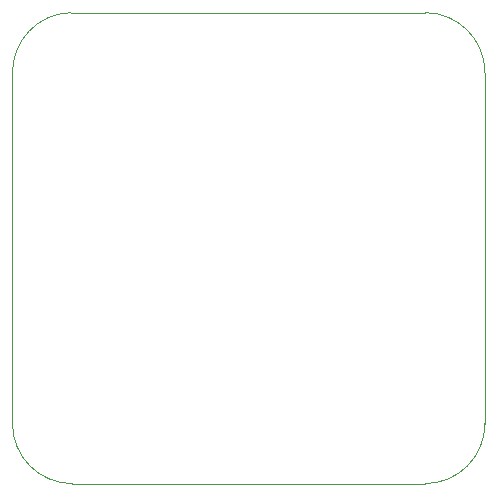
<source format=gbr>
G04 #@! TF.FileFunction,Profile,NP*
%FSLAX46Y46*%
G04 Gerber Fmt 4.6, Leading zero omitted, Abs format (unit mm)*
G04 Created by KiCad (PCBNEW (2015-05-03 BZR 5637)-product) date 2015 September 04, Friday 15:24:55*
%MOMM*%
G01*
G04 APERTURE LIST*
%ADD10C,0.100000*%
G04 APERTURE END LIST*
D10*
X133223000Y-91694000D02*
X163195000Y-91694000D01*
X128270000Y-126492000D02*
X128270000Y-96901000D01*
X163195000Y-131572000D02*
X133350000Y-131572000D01*
X168275000Y-96774000D02*
X168275000Y-126492000D01*
X128270000Y-126492000D02*
G75*
G03X133350000Y-131572000I5080000J0D01*
G01*
X163195000Y-131572000D02*
G75*
G03X168275000Y-126492000I0J5080000D01*
G01*
X168275000Y-96774000D02*
G75*
G03X163195000Y-91694000I-5080000J0D01*
G01*
X133223000Y-91694000D02*
G75*
G03X128270000Y-96901000I127000J-5080000D01*
G01*
M02*

</source>
